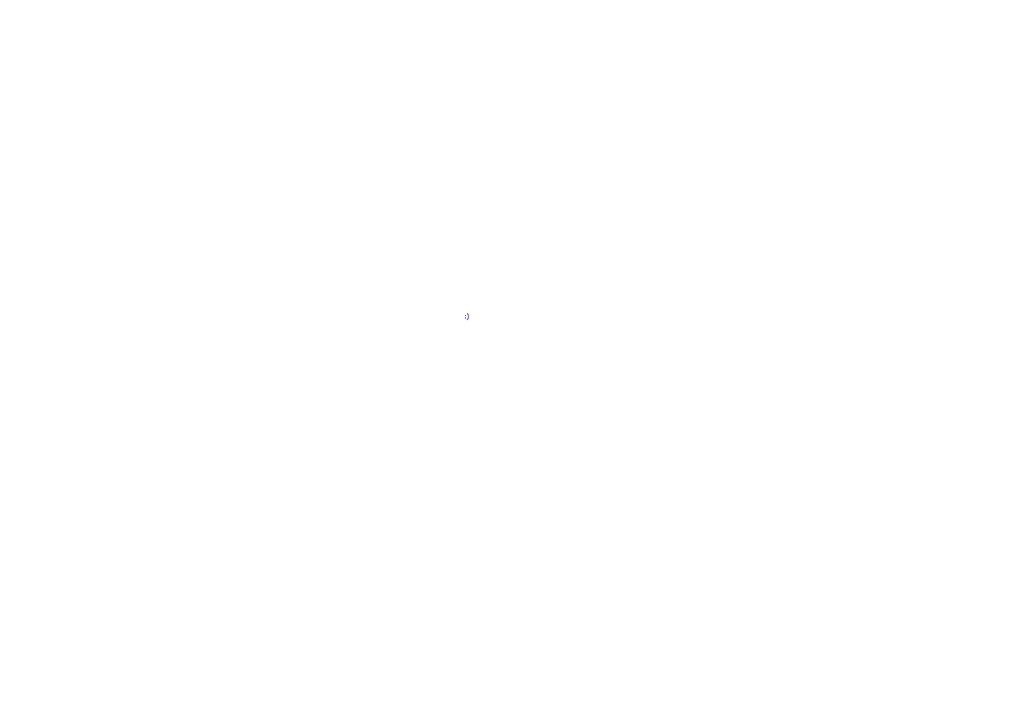
<source format=kicad_sch>
(kicad_sch (version 20211123) (generator eeschema)

  (uuid 4a4c596d-3778-4fcc-a6bf-e6c58421f6aa)

  (paper "A4")

  (lib_symbols
  )


  (text ":)" (at 134.62 92.71 0)
    (effects (font (size 1.27 1.27)) (justify left bottom))
    (uuid 3c27bf07-4e6b-4327-9d90-104f729ac91d)
  )

  (sheet_instances
    (path "/" (page "1"))
  )
)

</source>
